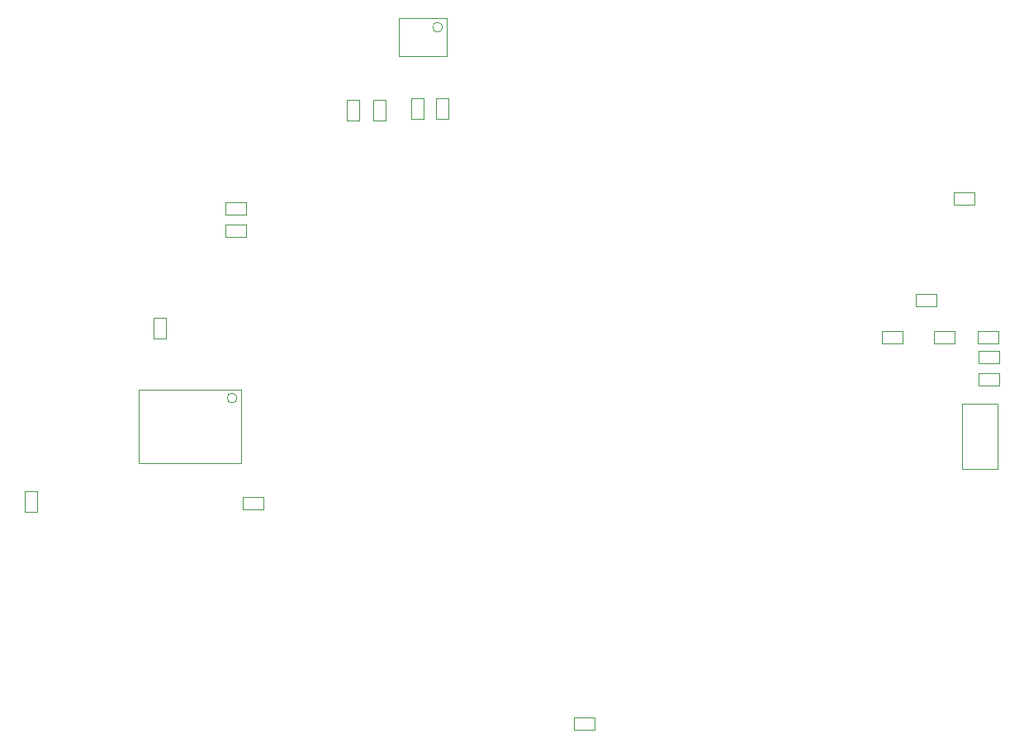
<source format=gbr>
%TF.GenerationSoftware,Altium Limited,Altium Designer,19.1.8 (144)*%
G04 Layer_Color=16711935*
%FSLAX26Y26*%
%MOIN*%
%TF.FileFunction,Other,Mechanical_13*%
%TF.Part,Single*%
G01*
G75*
%TA.AperFunction,NonConductor*%
%ADD55C,0.003937*%
D55*
X1260945Y1404173D02*
G03*
X1260945Y1404173I-19685J0D01*
G01*
X2090709Y2901339D02*
G03*
X2090709Y2901339I-19685J0D01*
G01*
X4187165Y1118110D02*
Y1381890D01*
X4332835Y1118110D02*
Y1381890D01*
X4187165D02*
X4332835D01*
X4187165Y1118110D02*
X4332835D01*
X1810197Y2608740D02*
X1859803D01*
X1810197Y2524094D02*
X1859803D01*
Y2608740D01*
X1810197Y2524094D02*
Y2608740D01*
X863307Y1140394D02*
Y1439606D01*
X1276693Y1140394D02*
Y1439606D01*
X863307Y1140394D02*
X1276693D01*
X863307Y1439606D02*
X1276693D01*
X1913543Y2936772D02*
X2106457D01*
X1913543Y2783228D02*
X2106457D01*
Y2936772D01*
X1913543Y2783228D02*
Y2936772D01*
X1298740Y2145197D02*
Y2194803D01*
X1214094Y2145197D02*
Y2194803D01*
X1298740D01*
X1214094Y2145197D02*
X1298740D01*
Y2055197D02*
Y2104803D01*
X1214094Y2055197D02*
Y2104803D01*
X1298740D01*
X1214094Y2055197D02*
X1298740D01*
X1705197Y2524094D02*
X1754803D01*
X1705197Y2608740D02*
X1754803D01*
X1705197Y2524094D02*
Y2608740D01*
X1754803Y2524094D02*
Y2608740D01*
X405197Y944095D02*
X454804D01*
X405197Y1028740D02*
X454804D01*
X405197Y944095D02*
Y1028740D01*
X454804Y944095D02*
Y1028740D01*
X4074095Y1625197D02*
Y1674803D01*
X4158740Y1625197D02*
Y1674803D01*
X4074095D02*
X4158740D01*
X4074095Y1625197D02*
X4158740D01*
X3864094Y1625198D02*
Y1674804D01*
X3948740Y1625198D02*
Y1674804D01*
X3864094D02*
X3948740D01*
X3864094Y1625198D02*
X3948740D01*
X4251261Y1625196D02*
Y1674803D01*
X4335906Y1625196D02*
Y1674803D01*
X4251261D02*
X4335906D01*
X4251261Y1625196D02*
X4335906D01*
X974803Y1644094D02*
Y1728740D01*
X925197Y1644094D02*
Y1728740D01*
X974803D01*
X925197Y1644094D02*
X974803D01*
X1284094Y1004804D02*
X1368740D01*
X1284094Y955197D02*
X1368740D01*
X1284094D02*
Y1004804D01*
X1368740Y955197D02*
Y1004804D01*
X2621259Y114802D02*
X2705905D01*
X2621259Y65196D02*
X2705905D01*
X2621259D02*
Y114802D01*
X2705905Y65196D02*
Y114802D01*
X4154095Y2185198D02*
X4238740D01*
X4154095Y2234804D02*
X4238740D01*
Y2185198D02*
Y2234804D01*
X4154095Y2185198D02*
Y2234804D01*
X4254095Y1545196D02*
X4338740D01*
X4254095Y1594803D02*
X4338740D01*
Y1545196D02*
Y1594803D01*
X4254095Y1545196D02*
Y1594803D01*
X4254094Y1455196D02*
X4338740D01*
X4254094Y1504803D02*
X4338740D01*
Y1455196D02*
Y1504803D01*
X4254094Y1455196D02*
Y1504803D01*
X4001261Y1824804D02*
X4085907D01*
X4001261Y1775197D02*
X4085907D01*
X4001261D02*
Y1824804D01*
X4085907Y1775197D02*
Y1824804D01*
X2065198Y2531260D02*
Y2615906D01*
X2114804Y2531260D02*
Y2615906D01*
X2065198Y2531260D02*
X2114804D01*
X2065198Y2615906D02*
X2114804D01*
X1965198Y2531260D02*
Y2615905D01*
X2014804Y2531260D02*
Y2615905D01*
X1965198Y2531260D02*
X2014804D01*
X1965198Y2615905D02*
X2014804D01*
%TF.MD5,2b6626208ce968c53eb2363d0496dd3a*%
M02*

</source>
